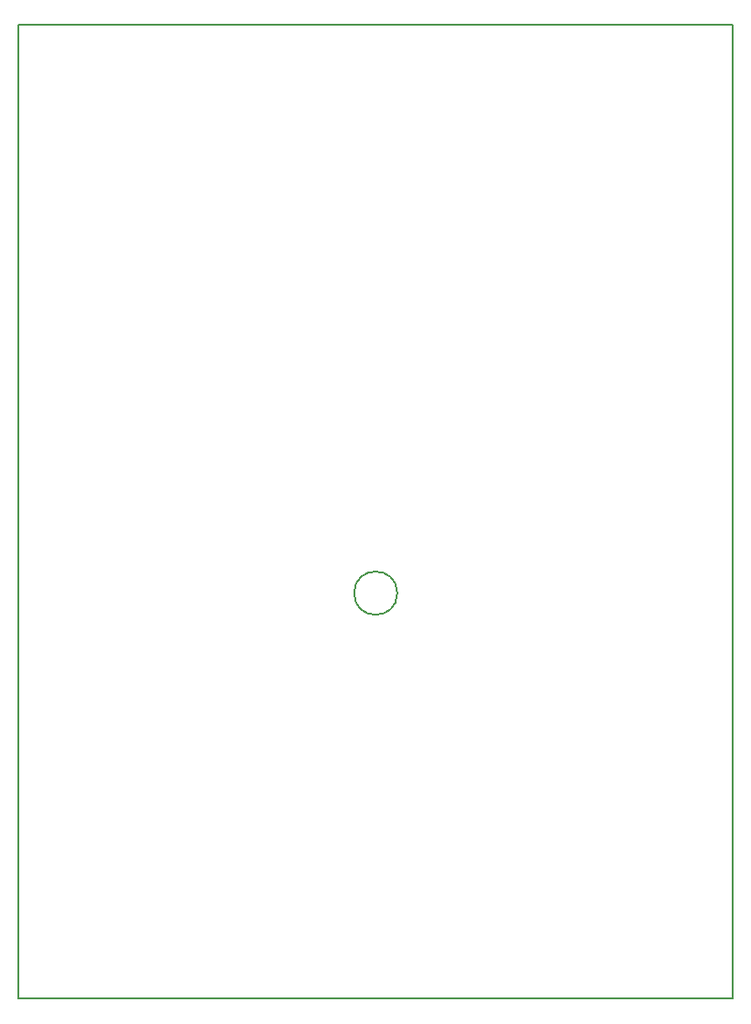
<source format=gbr>
%TF.GenerationSoftware,KiCad,Pcbnew,5.1.12-84ad8e8a86~92~ubuntu16.04.1*%
%TF.CreationDate,2023-12-01T21:15:30-03:00*%
%TF.ProjectId,BlackBox,426c6163-6b42-46f7-982e-6b696361645f,rev?*%
%TF.SameCoordinates,Original*%
%TF.FileFunction,Profile,NP*%
%FSLAX46Y46*%
G04 Gerber Fmt 4.6, Leading zero omitted, Abs format (unit mm)*
G04 Created by KiCad (PCBNEW 5.1.12-84ad8e8a86~92~ubuntu16.04.1) date 2023-12-01 21:15:30*
%MOMM*%
%LPD*%
G01*
G04 APERTURE LIST*
%TA.AperFunction,Profile*%
%ADD10C,0.150000*%
%TD*%
G04 APERTURE END LIST*
D10*
X135000000Y-112500000D02*
G75*
G03*
X135000000Y-112500000I-2000000J0D01*
G01*
X100000000Y-150000000D02*
X100000000Y-60000000D01*
X166000000Y-150000000D02*
X166000000Y-60000000D01*
X166000000Y-150000000D02*
X100000000Y-150000000D01*
X100000000Y-60000000D02*
X166000000Y-60000000D01*
M02*

</source>
